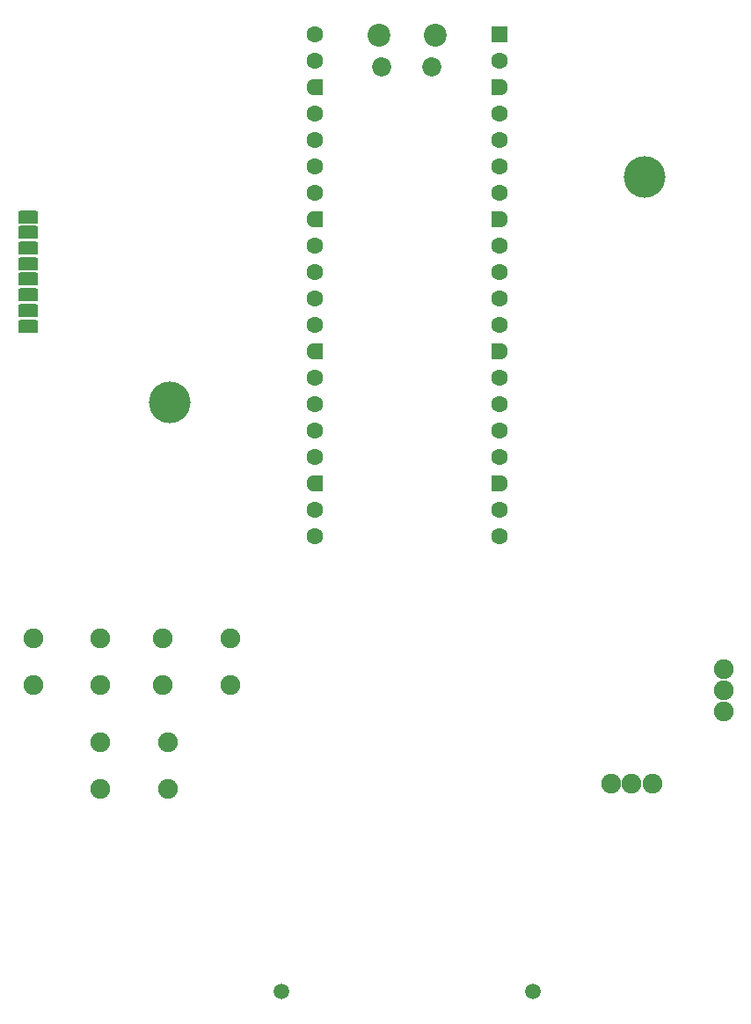
<source format=gts>
%TF.GenerationSoftware,KiCad,Pcbnew,9.0.0*%
%TF.CreationDate,2025-03-20T22:52:04+00:00*%
%TF.ProjectId,PicoConsole,5069636f-436f-46e7-936f-6c652e6b6963,rev?*%
%TF.SameCoordinates,Original*%
%TF.FileFunction,Soldermask,Top*%
%TF.FilePolarity,Negative*%
%FSLAX46Y46*%
G04 Gerber Fmt 4.6, Leading zero omitted, Abs format (unit mm)*
G04 Created by KiCad (PCBNEW 9.0.0) date 2025-03-20 22:52:04*
%MOMM*%
%LPD*%
G01*
G04 APERTURE LIST*
G04 Aperture macros list*
%AMRoundRect*
0 Rectangle with rounded corners*
0 $1 Rounding radius*
0 $2 $3 $4 $5 $6 $7 $8 $9 X,Y pos of 4 corners*
0 Add a 4 corners polygon primitive as box body*
4,1,4,$2,$3,$4,$5,$6,$7,$8,$9,$2,$3,0*
0 Add four circle primitives for the rounded corners*
1,1,$1+$1,$2,$3*
1,1,$1+$1,$4,$5*
1,1,$1+$1,$6,$7*
1,1,$1+$1,$8,$9*
0 Add four rect primitives between the rounded corners*
20,1,$1+$1,$2,$3,$4,$5,0*
20,1,$1+$1,$4,$5,$6,$7,0*
20,1,$1+$1,$6,$7,$8,$9,0*
20,1,$1+$1,$8,$9,$2,$3,0*%
%AMFreePoly0*
4,1,37,0.603843,0.796157,0.639018,0.796157,0.711114,0.766294,0.766294,0.711114,0.796157,0.639018,0.796157,0.603843,0.800000,0.600000,0.800000,-0.600000,0.796157,-0.603843,0.796157,-0.639018,0.766294,-0.711114,0.711114,-0.766294,0.639018,-0.796157,0.603843,-0.796157,0.600000,-0.800000,0.000000,-0.800000,0.000000,-0.796148,-0.078414,-0.796148,-0.232228,-0.765552,-0.377117,-0.705537,
-0.507515,-0.618408,-0.618408,-0.507515,-0.705537,-0.377117,-0.765552,-0.232228,-0.796148,-0.078414,-0.796148,0.078414,-0.765552,0.232228,-0.705537,0.377117,-0.618408,0.507515,-0.507515,0.618408,-0.377117,0.705537,-0.232228,0.765552,-0.078414,0.796148,0.000000,0.796148,0.000000,0.800000,0.600000,0.800000,0.603843,0.796157,0.603843,0.796157,$1*%
%AMFreePoly1*
4,1,37,0.000000,0.796148,0.078414,0.796148,0.232228,0.765552,0.377117,0.705537,0.507515,0.618408,0.618408,0.507515,0.705537,0.377117,0.765552,0.232228,0.796148,0.078414,0.796148,-0.078414,0.765552,-0.232228,0.705537,-0.377117,0.618408,-0.507515,0.507515,-0.618408,0.377117,-0.705537,0.232228,-0.765552,0.078414,-0.796148,0.000000,-0.796148,0.000000,-0.800000,-0.600000,-0.800000,
-0.603843,-0.796157,-0.639018,-0.796157,-0.711114,-0.766294,-0.766294,-0.711114,-0.796157,-0.639018,-0.796157,-0.603843,-0.800000,-0.600000,-0.800000,0.600000,-0.796157,0.603843,-0.796157,0.639018,-0.766294,0.711114,-0.711114,0.766294,-0.639018,0.796157,-0.603843,0.796157,-0.600000,0.800000,0.000000,0.800000,0.000000,0.796148,0.000000,0.796148,$1*%
G04 Aperture macros list end*
%ADD10C,1.905000*%
%ADD11RoundRect,0.190500X-0.762000X-0.444500X0.762000X-0.444500X0.762000X0.444500X-0.762000X0.444500X0*%
%ADD12C,4.000000*%
%ADD13C,1.500000*%
%ADD14C,2.200000*%
%ADD15C,1.850000*%
%ADD16RoundRect,0.200000X0.600000X0.600000X-0.600000X0.600000X-0.600000X-0.600000X0.600000X-0.600000X0*%
%ADD17C,1.600000*%
%ADD18FreePoly0,180.000000*%
%ADD19FreePoly1,180.000000*%
G04 APERTURE END LIST*
D10*
%TO.C,but2*%
X75500000Y-96500000D03*
X75500000Y-101000000D03*
X82000000Y-96500000D03*
X82000000Y-101000000D03*
%TD*%
D11*
%TO.C,screenConnector1*%
X68500000Y-46000000D03*
X68500000Y-47500000D03*
X68500000Y-49000000D03*
X68500000Y-50500000D03*
X68500000Y-52000000D03*
X68500000Y-53500000D03*
X68500000Y-55000000D03*
X68500000Y-56500000D03*
%TD*%
D10*
%TO.C,but1*%
X69000000Y-86500000D03*
X69000000Y-91000000D03*
X75500000Y-86500000D03*
X75500000Y-91000000D03*
%TD*%
D12*
%TO.C,e*%
X82150000Y-63850000D03*
%TD*%
%TO.C,REF\u002A\u002A*%
X127850000Y-42150000D03*
%TD*%
D10*
%TO.C,but3*%
X81500000Y-86500000D03*
X81500000Y-91000000D03*
X88000000Y-86500000D03*
X88000000Y-91000000D03*
%TD*%
%TO.C,AnalogJoystick1*%
X135500000Y-91500000D03*
X135500000Y-89500000D03*
X135500000Y-93500000D03*
X126650000Y-100475000D03*
X128650000Y-100475000D03*
X124650000Y-100475000D03*
%TD*%
D13*
%TO.C,J1*%
X117100000Y-120500000D03*
X92900000Y-120500000D03*
%TD*%
D14*
%TO.C,A1*%
X107725000Y-28537500D03*
D15*
X107425000Y-31567500D03*
X102575000Y-31567500D03*
D14*
X102275000Y-28537500D03*
D16*
X113890000Y-28407500D03*
D17*
X113890000Y-30947500D03*
D18*
X113890000Y-33487500D03*
D17*
X113890000Y-36027500D03*
X113890000Y-38567500D03*
X113890000Y-41107500D03*
X113890000Y-43647500D03*
D18*
X113890000Y-46187500D03*
D17*
X113890000Y-48727500D03*
X113890000Y-51267500D03*
X113890000Y-53807500D03*
X113890000Y-56347500D03*
D18*
X113890000Y-58887500D03*
D17*
X113890000Y-61427500D03*
X113890000Y-63967500D03*
X113890000Y-66507500D03*
X113890000Y-69047500D03*
D18*
X113890000Y-71587500D03*
D17*
X113890000Y-74127500D03*
X113890000Y-76667500D03*
X96110000Y-76667500D03*
X96110000Y-74127500D03*
D19*
X96110000Y-71587500D03*
D17*
X96110000Y-69047500D03*
X96110000Y-66507500D03*
X96110000Y-63967500D03*
X96110000Y-61427500D03*
D19*
X96110000Y-58887500D03*
D17*
X96110000Y-56347500D03*
X96110000Y-53807500D03*
X96110000Y-51267500D03*
X96110000Y-48727500D03*
D19*
X96110000Y-46187500D03*
D17*
X96110000Y-43647500D03*
X96110000Y-41107500D03*
X96110000Y-38567500D03*
X96110000Y-36027500D03*
D19*
X96110000Y-33487500D03*
D17*
X96110000Y-30947500D03*
X96110000Y-28407500D03*
%TD*%
M02*

</source>
